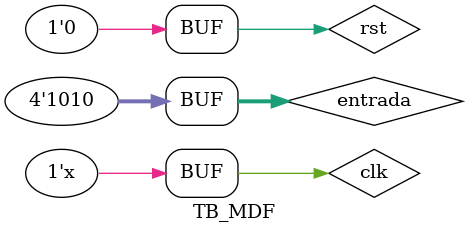
<source format=v>
`timescale 1ns / 1ps


module TB_MDF;

	// Inputs
	reg clk;
	reg rst;
	reg [3:0] entrada;

	// Outputs
	wire salida;
	wire [15:0]q;


	// Instantiate the Unit Under Test (UUT)
	MDF uut (
		.clk(clk), 
		.rst(rst), 
		.entrada(entrada), 
		.salida(salida),
		.q(q)
	);
  
	initial begin
		// Initialize Inputs
		clk = 0;
		rst = 0;
		entrada = 0;
		

		// Wait 100 ns for global reset to finish
		#10;
		entrada = 4'b1111;
		#10000;
		entrada = 4'b1010;
	end      
	always #1000 clk = ~clk;
	 
/*	initial   
		begin
		$monitor("%d,\t%b,\t%b,\t%b,\t%d",$time, clk,rst,div,clkd); 
		end 
  initial 
    #500  $finish;	
		 
*/		
endmodule


</source>
